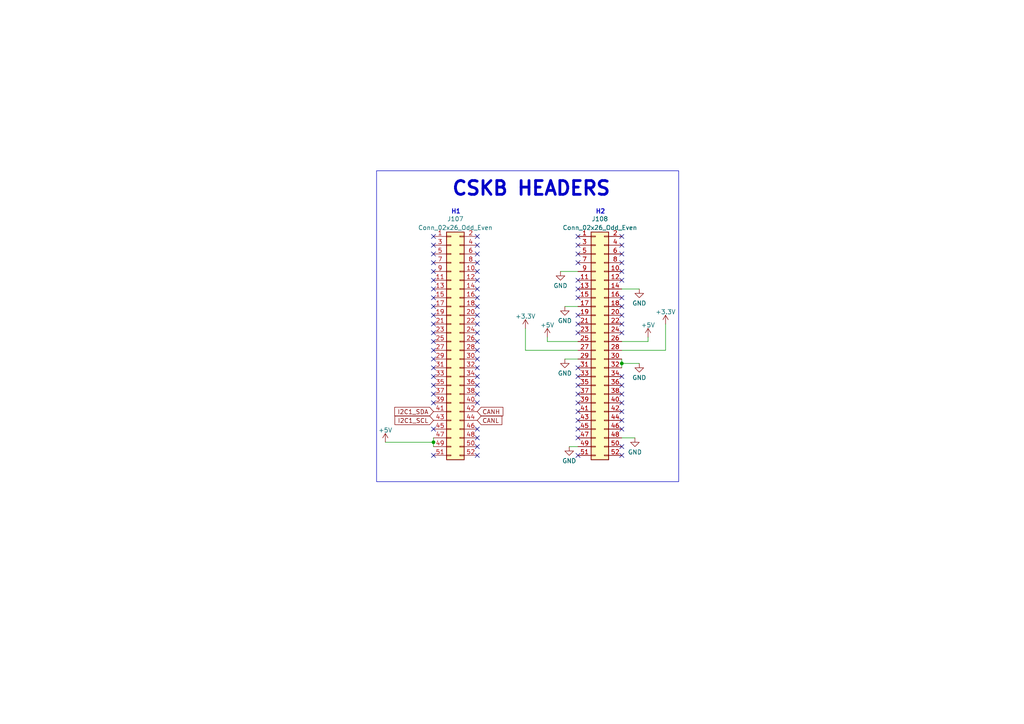
<source format=kicad_sch>
(kicad_sch (version 20230121) (generator eeschema)
  (paper "A4")
  (title_block (company "RADSAT-SK 2") (comment 1 "By: Atharva K."))
  (lib_symbols
    (symbol "Connector_Generic:Conn_02x26_Odd_Even" (pin_names (offset 1.016) hide)
      (property "Reference" "J" (at 1.27 33.02 0))
      (property "Value" "Conn_02x26_Odd_Even" (at 1.27 -35.56 0))
      (symbol "Conn_02x26_Odd_Even_1_1"
        (rectangle (start -1.27 -32.893) (end 0 -33.147) (stroke (width 0.1524)))
        (rectangle (start -1.27 -30.353) (end 0 -30.607) (stroke (width 0.1524)))
        (rectangle (start -1.27 -27.813) (end 0 -28.067) (stroke (width 0.1524)))
        (rectangle (start -1.27 -25.273) (end 0 -25.527) (stroke (width 0.1524)))
        (rectangle (start -1.27 -22.733) (end 0 -22.987) (stroke (width 0.1524)))
        (rectangle (start -1.27 -20.193) (end 0 -20.447) (stroke (width 0.1524)))
        (rectangle (start -1.27 -17.653) (end 0 -17.907) (stroke (width 0.1524)))
        (rectangle (start -1.27 -15.113) (end 0 -15.367) (stroke (width 0.1524)))
        (rectangle (start -1.27 -12.573) (end 0 -12.827) (stroke (width 0.1524)))
        (rectangle (start -1.27 -10.033) (end 0 -10.287) (stroke (width 0.1524)))
        (rectangle (start -1.27 -7.493) (end 0 -7.747) (stroke (width 0.1524)))
        (rectangle (start -1.27 -4.953) (end 0 -5.207) (stroke (width 0.1524)))
        (rectangle (start -1.27 -2.413) (end 0 -2.667) (stroke (width 0.1524)))
        (rectangle (start -1.27 0.127) (end 0 -0.127) (stroke (width 0.1524)))
        (rectangle (start -1.27 2.667) (end 0 2.413) (stroke (width 0.1524)))
        (rectangle (start -1.27 5.207) (end 0 4.953) (stroke (width 0.1524)))
        (rectangle (start -1.27 7.747) (end 0 7.493) (stroke (width 0.1524)))
        (rectangle (start -1.27 10.287) (end 0 10.033) (stroke (width 0.1524)))
        (rectangle (start -1.27 12.827) (end 0 12.573) (stroke (width 0.1524)))
        (rectangle (start -1.27 15.367) (end 0 15.113) (stroke (width 0.1524)))
        (rectangle (start -1.27 17.907) (end 0 17.653) (stroke (width 0.1524)))
        (rectangle (start -1.27 20.447) (end 0 20.193) (stroke (width 0.1524)))
        (rectangle (start -1.27 22.987) (end 0 22.733) (stroke (width 0.1524)))
        (rectangle (start -1.27 25.527) (end 0 25.273) (stroke (width 0.1524)))
        (rectangle (start -1.27 28.067) (end 0 27.813) (stroke (width 0.1524)))
        (rectangle (start -1.27 30.607) (end 0 30.353) (stroke (width 0.1524)))
        (rectangle (start -1.27 31.75) (end 3.81 -34.29) (stroke (width 0.254)) (fill (type background)))
        (rectangle (start 3.81 -32.893) (end 2.54 -33.147) (stroke (width 0.1524)))
        (rectangle (start 3.81 -30.353) (end 2.54 -30.607) (stroke (width 0.1524)))
        (rectangle (start 3.81 -27.813) (end 2.54 -28.067) (stroke (width 0.1524)))
        (rectangle (start 3.81 -25.273) (end 2.54 -25.527) (stroke (width 0.1524)))
        (rectangle (start 3.81 -22.733) (end 2.54 -22.987) (stroke (width 0.1524)))
        (rectangle (start 3.81 -20.193) (end 2.54 -20.447) (stroke (width 0.1524)))
        (rectangle (start 3.81 -17.653) (end 2.54 -17.907) (stroke (width 0.1524)))
        (rectangle (start 3.81 -15.113) (end 2.54 -15.367) (stroke (width 0.1524)))
        (rectangle (start 3.81 -12.573) (end 2.54 -12.827) (stroke (width 0.1524)))
        (rectangle (start 3.81 -10.033) (end 2.54 -10.287) (stroke (width 0.1524)))
        (rectangle (start 3.81 -7.493) (end 2.54 -7.747) (stroke (width 0.1524)))
        (rectangle (start 3.81 -4.953) (end 2.54 -5.207) (stroke (width 0.1524)))
        (rectangle (start 3.81 -2.413) (end 2.54 -2.667) (stroke (width 0.1524)))
        (rectangle (start 3.81 0.127) (end 2.54 -0.127) (stroke (width 0.1524)))
        (rectangle (start 3.81 2.667) (end 2.54 2.413) (stroke (width 0.1524)))
        (rectangle (start 3.81 5.207) (end 2.54 4.953) (stroke (width 0.1524)))
        (rectangle (start 3.81 7.747) (end 2.54 7.493) (stroke (width 0.1524)))
        (rectangle (start 3.81 10.287) (end 2.54 10.033) (stroke (width 0.1524)))
        (rectangle (start 3.81 12.827) (end 2.54 12.573) (stroke (width 0.1524)))
        (rectangle (start 3.81 15.367) (end 2.54 15.113) (stroke (width 0.1524)))
        (rectangle (start 3.81 17.907) (end 2.54 17.653) (stroke (width 0.1524)))
        (rectangle (start 3.81 20.447) (end 2.54 20.193) (stroke (width 0.1524)))
        (rectangle (start 3.81 22.987) (end 2.54 22.733) (stroke (width 0.1524)))
        (rectangle (start 3.81 25.527) (end 2.54 25.273) (stroke (width 0.1524)))
        (rectangle (start 3.81 28.067) (end 2.54 27.813) (stroke (width 0.1524)))
        (rectangle (start 3.81 30.607) (end 2.54 30.353) (stroke (width 0.1524)))
        (pin passive line (at -5.08 30.48 0) (length 3.81) (name "Pin_1") (number "1"))
        (pin passive line (at 7.62 20.32 180) (length 3.81) (name "Pin_10") (number "10"))
        (pin passive line (at -5.08 17.78 0) (length 3.81) (name "Pin_11") (number "11"))
        (pin passive line (at 7.62 17.78 180) (length 3.81) (name "Pin_12") (number "12"))
        (pin passive line (at -5.08 15.24 0) (length 3.81) (name "Pin_13") (number "13"))
        (pin passive line (at 7.62 15.24 180) (length 3.81) (name "Pin_14") (number "14"))
        (pin passive line (at -5.08 12.7 0) (length 3.81) (name "Pin_15") (number "15"))
        (pin passive line (at 7.62 12.7 180) (length 3.81) (name "Pin_16") (number "16"))
        (pin passive line (at -5.08 10.16 0) (length 3.81) (name "Pin_17") (number "17"))
        (pin passive line (at 7.62 10.16 180) (length 3.81) (name "Pin_18") (number "18"))
        (pin passive line (at -5.08 7.62 0) (length 3.81) (name "Pin_19") (number "19"))
        (pin passive line (at 7.62 30.48 180) (length 3.81) (name "Pin_2") (number "2"))
        (pin passive line (at 7.62 7.62 180) (length 3.81) (name "Pin_20") (number "20"))
        (pin passive line (at -5.08 5.08 0) (length 3.81) (name "Pin_21") (number "21"))
        (pin passive line (at 7.62 5.08 180) (length 3.81) (name "Pin_22") (number "22"))
        (pin passive line (at -5.08 2.54 0) (length 3.81) (name "Pin_23") (number "23"))
        (pin passive line (at 7.62 2.54 180) (length 3.81) (name "Pin_24") (number "24"))
        (pin passive line (at -5.08 0 0) (length 3.81) (name "Pin_25") (number "25"))
        (pin passive line (at 7.62 0 180) (length 3.81) (name "Pin_26") (number "26"))
        (pin passive line (at -5.08 -2.54 0) (length 3.81) (name "Pin_27") (number "27"))
        (pin passive line (at 7.62 -2.54 180) (length 3.81) (name "Pin_28") (number "28"))
        (pin passive line (at -5.08 -5.08 0) (length 3.81) (name "Pin_29") (number "29"))
        (pin passive line (at -5.08 27.94 0) (length 3.81) (name "Pin_3") (number "3"))
        (pin passive line (at 7.62 -5.08 180) (length 3.81) (name "Pin_30") (number "30"))
        (pin passive line (at -5.08 -7.62 0) (length 3.81) (name "Pin_31") (number "31"))
        (pin passive line (at 7.62 -7.62 180) (length 3.81) (name "Pin_32") (number "32"))
        (pin passive line (at -5.08 -10.16 0) (length 3.81) (name "Pin_33") (number "33"))
        (pin passive line (at 7.62 -10.16 180) (length 3.81) (name "Pin_34") (number "34"))
        (pin passive line (at -5.08 -12.7 0) (length 3.81) (name "Pin_35") (number "35"))
        (pin passive line (at 7.62 -12.7 180) (length 3.81) (name "Pin_36") (number "36"))
        (pin passive line (at -5.08 -15.24 0) (length 3.81) (name "Pin_37") (number "37"))
        (pin passive line (at 7.62 -15.24 180) (length 3.81) (name "Pin_38") (number "38"))
        (pin passive line (at -5.08 -17.78 0) (length 3.81) (name "Pin_39") (number "39"))
        (pin passive line (at 7.62 27.94 180) (length 3.81) (name "Pin_4") (number "4"))
        (pin passive line (at 7.62 -17.78 180) (length 3.81) (name "Pin_40") (number "40"))
        (pin passive line (at -5.08 -20.32 0) (length 3.81) (name "Pin_41") (number "41"))
        (pin passive line (at 7.62 -20.32 180) (length 3.81) (name "Pin_42") (number "42"))
        (pin passive line (at -5.08 -22.86 0) (length 3.81) (name "Pin_43") (number "43"))
        (pin passive line (at 7.62 -22.86 180) (length 3.81) (name "Pin_44") (number "44"))
        (pin passive line (at -5.08 -25.4 0) (length 3.81) (name "Pin_45") (number "45"))
        (pin passive line (at 7.62 -25.4 180) (length 3.81) (name "Pin_46") (number "46"))
        (pin passive line (at -5.08 -27.94 0) (length 3.81) (name "Pin_47") (number "47"))
        (pin passive line (at 7.62 -27.94 180) (length 3.81) (name "Pin_48") (number "48"))
        (pin passive line (at -5.08 -30.48 0) (length 3.81) (name "Pin_49") (number "49"))
        (pin passive line (at -5.08 25.4 0) (length 3.81) (name "Pin_5") (number "5"))
        (pin passive line (at 7.62 -30.48 180) (length 3.81) (name "Pin_50") (number "50"))
        (pin passive line (at -5.08 -33.02 0) (length 3.81) (name "Pin_51") (number "51"))
        (pin passive line (at 7.62 -33.02 180) (length 3.81) (name "Pin_52") (number "52"))
        (pin passive line (at 7.62 25.4 180) (length 3.81) (name "Pin_6") (number "6"))
        (pin passive line (at -5.08 22.86 0) (length 3.81) (name "Pin_7") (number "7"))
        (pin passive line (at 7.62 22.86 180) (length 3.81) (name "Pin_8") (number "8"))
        (pin passive line (at -5.08 20.32 0) (length 3.81) (name "Pin_9") (number "9"))
      )
    )
    (symbol "power:+3.3V" (power) (pin_names (offset 0))
      (property "Value" "+3.3V" (at 0 3.556 0))
      (symbol "+3.3V_0_1"
        (polyline (pts (xy -0.762 1.27) (xy 0 2.54)))
        (polyline (pts (xy 0 0) (xy 0 2.54)))
        (polyline (pts (xy 0 2.54) (xy 0.762 1.27)))
      )
      (symbol "+3.3V_1_1"
        (pin power_in line (at 0 0 90) (length 0) hide (name "+3.3V") (number "1"))
      )
    )
    (symbol "power:+5V" (power) (pin_names (offset 0))
      (property "Value" "+5V" (at 0 3.556 0))
      (symbol "+5V_0_1"
        (polyline (pts (xy -0.762 1.27) (xy 0 2.54)))
        (polyline (pts (xy 0 0) (xy 0 2.54)))
        (polyline (pts (xy 0 2.54) (xy 0.762 1.27)))
      )
      (symbol "+5V_1_1"
        (pin power_in line (at 0 0 90) (length 0) hide (name "+5V") (number "1"))
      )
    )
    (symbol "power:GND" (power) (pin_names (offset 0))
      (property "Value" "GND" (at 0 -3.81 0))
      (symbol "GND_0_1"
        (polyline (pts (xy 0 0) (xy 0 -1.27) (xy 1.27 -1.27) (xy 0 -2.54) (xy -1.27 -1.27) (xy 0 -1.27)))
      )
      (symbol "GND_1_1"
        (pin power_in line (at 0 0 270) (length 0) hide (name "GND") (number "1"))
      )
    )
  )
  (junction (at 125.73 128.27))
  (junction (at 180.34 105.41))
  (no_connect (at 138.43 114.3))
  (no_connect (at 125.73 91.44))
  (no_connect (at 167.64 86.36))
  (no_connect (at 125.73 73.66))
  (no_connect (at 125.73 83.82))
  (no_connect (at 138.43 81.28))
  (no_connect (at 125.73 99.06))
  (no_connect (at 167.64 96.52))
  (no_connect (at 138.43 99.06))
  (no_connect (at 125.73 71.12))
  (no_connect (at 125.73 93.98))
  (no_connect (at 180.34 129.54))
  (no_connect (at 167.64 76.2))
  (no_connect (at 138.43 124.46))
  (no_connect (at 180.34 116.84))
  (no_connect (at 180.34 76.2))
  (no_connect (at 167.64 71.12))
  (no_connect (at 138.43 129.54))
  (no_connect (at 138.43 93.98))
  (no_connect (at 180.34 114.3))
  (no_connect (at 125.73 78.74))
  (no_connect (at 138.43 73.66))
  (no_connect (at 138.43 68.58))
  (no_connect (at 180.34 91.44))
  (no_connect (at 125.73 114.3))
  (no_connect (at 125.73 81.28))
  (no_connect (at 138.43 71.12))
  (no_connect (at 138.43 78.74))
  (no_connect (at 180.34 132.08))
  (no_connect (at 167.64 132.08))
  (no_connect (at 125.73 104.14))
  (no_connect (at 180.34 96.52))
  (no_connect (at 167.64 114.3))
  (no_connect (at 167.64 91.44))
  (no_connect (at 180.34 68.58))
  (no_connect (at 138.43 132.08))
  (no_connect (at 180.34 78.74))
  (no_connect (at 138.43 76.2))
  (no_connect (at 167.64 93.98))
  (no_connect (at 167.64 83.82))
  (no_connect (at 167.64 81.28))
  (no_connect (at 125.73 109.22))
  (no_connect (at 125.73 68.58))
  (no_connect (at 180.34 121.92))
  (no_connect (at 125.73 111.76))
  (no_connect (at 180.34 93.98))
  (no_connect (at 167.64 121.92))
  (no_connect (at 125.73 101.6))
  (no_connect (at 167.64 109.22))
  (no_connect (at 180.34 124.46))
  (no_connect (at 180.34 73.66))
  (no_connect (at 180.34 109.22))
  (no_connect (at 138.43 96.52))
  (no_connect (at 125.73 76.2))
  (no_connect (at 180.34 71.12))
  (no_connect (at 180.34 81.28))
  (no_connect (at 138.43 109.22))
  (no_connect (at 138.43 101.6))
  (no_connect (at 125.73 124.46))
  (no_connect (at 167.64 124.46))
  (no_connect (at 125.73 96.52))
  (no_connect (at 167.64 119.38))
  (no_connect (at 125.73 116.84))
  (no_connect (at 167.64 68.58))
  (no_connect (at 138.43 106.68))
  (no_connect (at 167.64 106.68))
  (no_connect (at 138.43 91.44))
  (no_connect (at 180.34 86.36))
  (no_connect (at 138.43 88.9))
  (no_connect (at 138.43 83.82))
  (no_connect (at 180.34 88.9))
  (no_connect (at 167.64 73.66))
  (no_connect (at 138.43 111.76))
  (no_connect (at 167.64 127))
  (no_connect (at 138.43 116.84))
  (no_connect (at 138.43 104.14))
  (no_connect (at 138.43 127))
  (no_connect (at 125.73 86.36))
  (no_connect (at 180.34 111.76))
  (no_connect (at 125.73 106.68))
  (no_connect (at 125.73 132.08))
  (no_connect (at 167.64 116.84))
  (no_connect (at 167.64 111.76))
  (no_connect (at 125.73 88.9))
  (no_connect (at 180.34 119.38))
  (no_connect (at 138.43 86.36))
  (wire (pts (xy 180.34 99.06) (xy 187.96 99.06)))
  (wire (pts (xy 167.64 99.06) (xy 158.75 99.06)))
  (wire (pts (xy 187.96 99.06) (xy 187.96 97.79)))
  (wire (pts (xy 165.1 129.54) (xy 167.64 129.54)))
  (wire (pts (xy 180.34 105.41) (xy 185.42 105.41)))
  (wire (pts (xy 180.34 101.6) (xy 193.04 101.6)))
  (wire (pts (xy 180.34 105.41) (xy 180.34 106.68)))
  (wire (pts (xy 180.34 104.14) (xy 180.34 105.41)))
  (wire (pts (xy 163.83 104.14) (xy 167.64 104.14)))
  (wire (pts (xy 180.34 83.82) (xy 185.42 83.82)))
  (wire (pts (xy 125.73 128.27) (xy 125.73 129.54)))
  (wire (pts (xy 125.73 128.27) (xy 111.76 128.27)))
  (wire (pts (xy 193.04 101.6) (xy 193.04 93.98)))
  (wire (pts (xy 162.56 78.74) (xy 167.64 78.74)))
  (wire (pts (xy 167.64 101.6) (xy 152.4 101.6)))
  (wire (pts (xy 180.34 127) (xy 184.15 127)))
  (wire (pts (xy 158.75 99.06) (xy 158.75 97.79)))
  (wire (pts (xy 125.73 127) (xy 125.73 128.27)))
  (wire (pts (xy 152.4 101.6) (xy 152.4 95.25)))
  (wire (pts (xy 163.83 88.9) (xy 167.64 88.9)))
  (rectangle (start 109.22 49.53) (end 196.85 139.7))
  (text "CSKB HEADERS" (at 130.81 57.15 0) (effects (font (size 4 4) (thickness 0.8) bold) (justify left bottom)))
  (text "H1" (at 130.81 62.23 0) (effects (font (size 1.27 1.27) bold) (justify left bottom)))
  (text "H2\n" (at 172.72 62.23 0) (effects (font (size 1.27 1.27) bold) (justify left bottom)))
  (global_label "CANL" (shape input) (at 138.43 121.92 0) (property "Intersheetrefs" "${INTERSHEET_REFS}" (effects hide)))
  (global_label "CANH" (shape input) (at 138.43 119.38 0) (property "Intersheetrefs" "${INTERSHEET_REFS}" (effects hide)))
  (global_label "I2C1_SCL" (shape input) (at 125.73 121.92 180) (property "Intersheetrefs" "${INTERSHEET_REFS}" (effects hide)))
  (global_label "I2C1_SDA" (shape input) (at 125.73 119.38 180) (property "Intersheetrefs" "${INTERSHEET_REFS}" (effects hide)))
  (symbol (lib_id "power:GND") (at 162.56 78.74 0) (unit 1)
    (property "Reference" "#PWR0110" (effects hide))
    (property "Value" "GND" (at 162.56 82.8755 0))
    (instances (project "electrical-power-system" (path "" (reference "#PWR0110") (unit 1))) (project "obc-hardware" (path "" (reference "#PWR0104") (unit 1)) (path "" (reference "#PWR0304") (unit 1))))
  )
  (symbol (lib_id "Connector_Generic:Conn_02x26_Odd_Even") (at 172.72 99.06 0) (unit 1)
    (property "Reference" "J108" (at 173.99 63.5 0))
    (property "Value" "Conn_02x26_Odd_Even" (at 173.99 66.04 0))
    (property "Footprint" "Connector_PinSocket_2.54mm:PinSocket_2x26_P2.54mm_Vertical" (effects hide))
    (instances (project "electrical-power-system" (path "" (reference "J108") (unit 1))) (project "obc-hardware" (path "" (reference "J102") (unit 1)) (path "" (reference "J302") (unit 1))) (project "PDB" (path "" (reference "J4") (unit 1))))
  )
  (symbol (lib_id "power:GND") (at 185.42 105.41 0) (unit 1)
    (property "Reference" "#PWR0113" (effects hide))
    (property "Value" "GND" (at 185.42 109.5455 0))
    (instances (project "electrical-power-system" (path "" (reference "#PWR0113") (unit 1))) (project "obc-hardware" (path "" (reference "#PWR0110") (unit 1)) (path "" (reference "#PWR0310") (unit 1))))
  )
  (symbol (lib_id "power:+3.3V") (at 152.4 95.25 0) (unit 1)
    (property "Reference" "#PWR0119" (effects hide))
    (property "Value" "+3.3V" (at 152.4 91.7481 0))
    (instances (project "electrical-power-system" (path "" (reference "#PWR0119") (unit 1))) (project "obc-hardware" (path "" (reference "#PWR0102") (unit 1)) (path "" (reference "#PWR0302") (unit 1))))
  )
  (symbol (lib_id "power:GND") (at 165.1 129.54 0) (unit 1)
    (property "Reference" "#PWR0116" (effects hide))
    (property "Value" "GND" (at 165.1 133.6755 0))
    (instances (project "electrical-power-system" (path "" (reference "#PWR0116") (unit 1))) (project "obc-hardware" (path "" (reference "#PWR0107") (unit 1)) (path "" (reference "#PWR0307") (unit 1))))
  )
  (symbol (lib_id "Connector_Generic:Conn_02x26_Odd_Even") (at 130.81 99.06 0) (unit 1)
    (property "Reference" "J107" (at 132.08 63.5 0))
    (property "Value" "Conn_02x26_Odd_Even" (at 132.08 66.04 0))
    (property "Footprint" "Connector_PinSocket_2.54mm:PinSocket_2x26_P2.54mm_Vertical" (effects hide))
    (instances (project "electrical-power-system" (path "" (reference "J107") (unit 1))) (project "obc-hardware" (path "" (reference "J101") (unit 1)) (path "" (reference "J301") (unit 1))) (project "PDB" (path "" (reference "J3") (unit 1))))
  )
  (symbol (lib_id "power:GND") (at 184.15 127 0) (unit 1)
    (property "Reference" "#PWR0115" (effects hide))
    (property "Value" "GND" (at 184.15 131.1355 0))
    (instances (project "electrical-power-system" (path "" (reference "#PWR0115") (unit 1))) (project "obc-hardware" (path "" (reference "#PWR0108") (unit 1)) (path "" (reference "#PWR0308") (unit 1))))
  )
  (symbol (lib_id "power:+5V") (at 158.75 97.79 0) (unit 1)
    (property "Reference" "#PWR0117" (effects hide))
    (property "Value" "+5V" (at 158.75 94.2881 0))
    (instances (project "electrical-power-system" (path "" (reference "#PWR0117") (unit 1))) (project "obc-hardware" (path "" (reference "#PWR0103") (unit 1)) (path "" (reference "#PWR0303") (unit 1))))
  )
  (symbol (lib_id "power:GND") (at 185.42 83.82 0) (unit 1)
    (property "Reference" "#PWR0112" (effects hide))
    (property "Value" "GND" (at 185.42 87.9555 0))
    (instances (project "electrical-power-system" (path "" (reference "#PWR0112") (unit 1))) (project "obc-hardware" (path "" (reference "#PWR0109") (unit 1)) (path "" (reference "#PWR0309") (unit 1))))
  )
  (symbol (lib_id "power:GND") (at 163.83 88.9 0) (unit 1)
    (property "Reference" "#PWR0111" (effects hide))
    (property "Value" "GND" (at 163.83 93.0355 0))
    (instances (project "electrical-power-system" (path "" (reference "#PWR0111") (unit 1))) (project "obc-hardware" (path "" (reference "#PWR0105") (unit 1)) (path "" (reference "#PWR0305") (unit 1))))
  )
  (symbol (lib_id "power:+3.3V") (at 193.04 93.98 0) (unit 1)
    (property "Reference" "#PWR0120" (effects hide))
    (property "Value" "+3.3V" (at 193.04 90.4781 0))
    (instances (project "electrical-power-system" (path "" (reference "#PWR0120") (unit 1))) (project "obc-hardware" (path "" (reference "#PWR0112") (unit 1)) (path "" (reference "#PWR0312") (unit 1))))
  )
  (symbol (lib_id "power:GND") (at 163.83 104.14 0) (unit 1)
    (property "Reference" "#PWR0114" (effects hide))
    (property "Value" "GND" (at 163.83 108.2755 0))
    (instances (project "electrical-power-system" (path "" (reference "#PWR0114") (unit 1))) (project "obc-hardware" (path "" (reference "#PWR0106") (unit 1)) (path "" (reference "#PWR0306") (unit 1))))
  )
  (symbol (lib_id "power:+5V") (at 111.76 128.27 0) (unit 1)
    (property "Reference" "#PWR0109" (effects hide))
    (property "Value" "+5V" (at 111.76 124.7681 0))
    (instances (project "electrical-power-system" (path "" (reference "#PWR0109") (unit 1))) (project "obc-hardware" (path "" (reference "#PWR0101") (unit 1)) (path "" (reference "#PWR0301") (unit 1))))
  )
  (symbol (lib_id "power:+5V") (at 187.96 97.79 0) (unit 1)
    (property "Reference" "#PWR0118" (effects hide))
    (property "Value" "+5V" (at 187.96 94.2881 0))
    (instances (project "electrical-power-system" (path "" (reference "#PWR0118") (unit 1))) (project "obc-hardware" (path "" (reference "#PWR0111") (unit 1)) (path "" (reference "#PWR0311") (unit 1))))
  )
)
</source>
